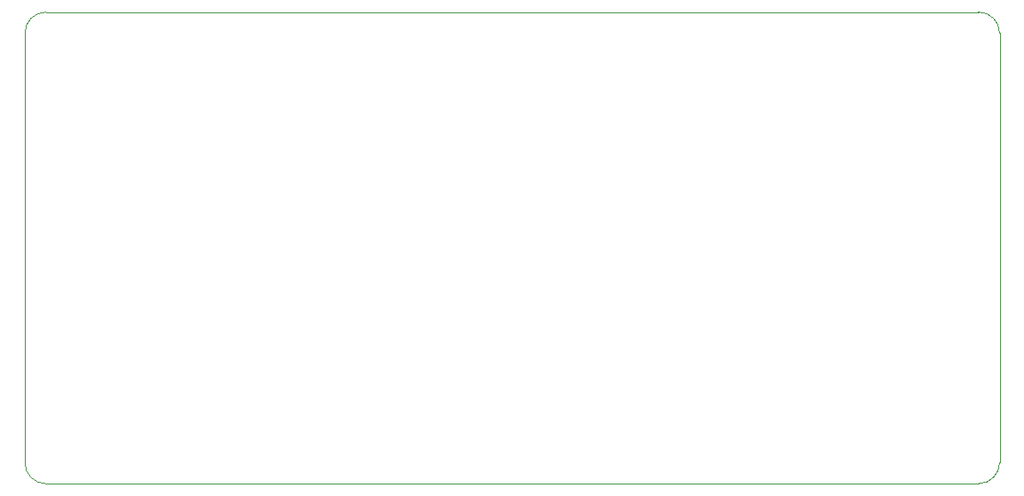
<source format=gbr>
%TF.GenerationSoftware,KiCad,Pcbnew,(6.0.0)*%
%TF.CreationDate,2022-03-17T14:10:33-06:00*%
%TF.ProjectId,main-board,6d61696e-2d62-46f6-9172-642e6b696361,rev?*%
%TF.SameCoordinates,Original*%
%TF.FileFunction,Profile,NP*%
%FSLAX46Y46*%
G04 Gerber Fmt 4.6, Leading zero omitted, Abs format (unit mm)*
G04 Created by KiCad (PCBNEW (6.0.0)) date 2022-03-17 14:10:33*
%MOMM*%
%LPD*%
G01*
G04 APERTURE LIST*
%TA.AperFunction,Profile*%
%ADD10C,0.100000*%
%TD*%
G04 APERTURE END LIST*
D10*
X161000000Y-84000000D02*
X161000000Y-43000000D01*
X68000000Y-84000000D02*
X68000000Y-43000000D01*
X70000000Y-41000000D02*
G75*
G03*
X68000000Y-43000000I-1J-1999999D01*
G01*
X161000000Y-43000000D02*
G75*
G03*
X159000000Y-41000000I-1999999J1D01*
G01*
X68000000Y-84000000D02*
G75*
G03*
X70000000Y-86000000I1999999J-1D01*
G01*
X159000000Y-86000000D02*
G75*
G03*
X161000000Y-84000000I1J1999999D01*
G01*
X159000000Y-41000000D02*
X70000000Y-41000000D01*
X70000000Y-86000000D02*
X159000000Y-86000000D01*
M02*

</source>
